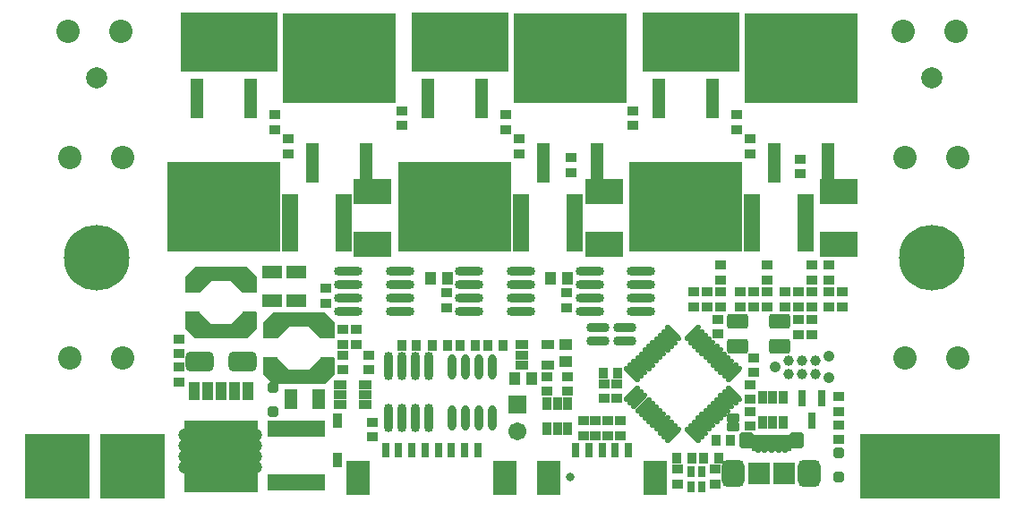
<source format=gts>
G04 Layer_Color=8388736*
%FSLAX25Y25*%
%MOIN*%
G70*
G01*
G75*
%ADD27R,0.16732X0.01968*%
%ADD69R,0.15000X0.06000*%
%ADD70R,0.13989X0.09658*%
%ADD71R,0.04343X0.03556*%
%ADD72R,0.03556X0.04343*%
%ADD73R,0.03162X0.05524*%
%ADD74R,0.09068X0.12611*%
%ADD75C,0.03900*%
%ADD76R,0.05131X0.03359*%
%ADD77R,0.27375X0.26784*%
%ADD78R,0.04343X0.07099*%
%ADD79O,0.03162X0.09461*%
G04:AMPARAMS|DCode=80|XSize=19.81mil|YSize=78.87mil|CornerRadius=0mil|HoleSize=0mil|Usage=FLASHONLY|Rotation=315.000|XOffset=0mil|YOffset=0mil|HoleType=Round|Shape=Round|*
%AMOVALD80*
21,1,0.05905,0.01981,0.00000,0.00000,45.0*
1,1,0.01981,-0.02088,-0.02088*
1,1,0.01981,0.02088,0.02088*
%
%ADD80OVALD80*%

G04:AMPARAMS|DCode=81|XSize=19.81mil|YSize=78.87mil|CornerRadius=0mil|HoleSize=0mil|Usage=FLASHONLY|Rotation=225.000|XOffset=0mil|YOffset=0mil|HoleType=Round|Shape=Round|*
%AMOVALD81*
21,1,0.05905,0.01981,0.00000,0.00000,315.0*
1,1,0.01981,-0.02088,0.02088*
1,1,0.01981,0.02088,-0.02088*
%
%ADD81OVALD81*%

%ADD82O,0.08674X0.03556*%
%ADD83R,0.42099X0.33792*%
%ADD84R,0.04800X0.14595*%
%ADD85R,0.03162X0.05918*%
%ADD86R,0.03162X0.03950*%
%ADD87R,0.07887X0.07887*%
G04:AMPARAMS|DCode=88|XSize=67.06mil|YSize=21.78mil|CornerRadius=5.38mil|HoleSize=0mil|Usage=FLASHONLY|Rotation=90.000|XOffset=0mil|YOffset=0mil|HoleType=Round|Shape=RoundedRectangle|*
%AMROUNDEDRECTD88*
21,1,0.06706,0.01102,0,0,90.0*
21,1,0.05630,0.02178,0,0,90.0*
1,1,0.01076,0.00551,0.02815*
1,1,0.01076,0.00551,-0.02815*
1,1,0.01076,-0.00551,-0.02815*
1,1,0.01076,-0.00551,0.02815*
%
%ADD88ROUNDEDRECTD88*%
%ADD89O,0.03359X0.10642*%
G04:AMPARAMS|DCode=90|XSize=106.42mil|YSize=74.93mil|CornerRadius=20.73mil|HoleSize=0mil|Usage=FLASHONLY|Rotation=0.000|XOffset=0mil|YOffset=0mil|HoleType=Round|Shape=RoundedRectangle|*
%AMROUNDEDRECTD90*
21,1,0.10642,0.03347,0,0,0.0*
21,1,0.06496,0.07493,0,0,0.0*
1,1,0.04146,0.03248,-0.01673*
1,1,0.04146,-0.03248,-0.01673*
1,1,0.04146,-0.03248,0.01673*
1,1,0.04146,0.03248,0.01673*
%
%ADD90ROUNDEDRECTD90*%
G04:AMPARAMS|DCode=91|XSize=39.5mil|YSize=39.5mil|CornerRadius=8.72mil|HoleSize=0mil|Usage=FLASHONLY|Rotation=180.000|XOffset=0mil|YOffset=0mil|HoleType=Round|Shape=RoundedRectangle|*
%AMROUNDEDRECTD91*
21,1,0.03950,0.02205,0,0,180.0*
21,1,0.02205,0.03950,0,0,180.0*
1,1,0.01745,-0.01102,0.01102*
1,1,0.01745,0.01102,0.01102*
1,1,0.01745,0.01102,-0.01102*
1,1,0.01745,-0.01102,-0.01102*
%
%ADD91ROUNDEDRECTD91*%
%ADD92R,0.06115X0.21666*%
%ADD93R,0.04540X0.07493*%
%ADD94R,0.07493X0.04540*%
%ADD95R,0.21666X0.06115*%
%ADD96R,0.04343X0.04737*%
%ADD97R,0.03359X0.05131*%
%ADD98R,0.04737X0.04343*%
%ADD99R,0.03556X0.05524*%
G04:AMPARAMS|DCode=100|XSize=78.87mil|YSize=55.24mil|CornerRadius=8.72mil|HoleSize=0mil|Usage=FLASHONLY|Rotation=180.000|XOffset=0mil|YOffset=0mil|HoleType=Round|Shape=RoundedRectangle|*
%AMROUNDEDRECTD100*
21,1,0.07887,0.03780,0,0,180.0*
21,1,0.06142,0.05524,0,0,180.0*
1,1,0.01745,-0.03071,0.01890*
1,1,0.01745,0.03071,0.01890*
1,1,0.01745,0.03071,-0.01890*
1,1,0.01745,-0.03071,-0.01890*
%
%ADD100ROUNDEDRECTD100*%
%ADD101O,0.10642X0.03359*%
%ADD102C,0.07874*%
%ADD103C,0.08674*%
%ADD104C,0.24422*%
%ADD105R,0.51981X0.24422*%
%ADD106R,0.24422X0.24422*%
%ADD107R,0.36233X0.22453*%
%ADD108C,0.04200*%
G04:AMPARAMS|DCode=109|XSize=63.12mil|YSize=55.24mil|CornerRadius=15.81mil|HoleSize=0mil|Usage=FLASHONLY|Rotation=90.000|XOffset=0mil|YOffset=0mil|HoleType=Round|Shape=RoundedRectangle|*
%AMROUNDEDRECTD109*
21,1,0.06312,0.02362,0,0,90.0*
21,1,0.03150,0.05524,0,0,90.0*
1,1,0.03162,0.01181,0.01575*
1,1,0.03162,0.01181,-0.01575*
1,1,0.03162,-0.01181,-0.01575*
1,1,0.03162,-0.01181,0.01575*
%
%ADD109ROUNDEDRECTD109*%
G04:AMPARAMS|DCode=110|XSize=102.49mil|YSize=84.77mil|CornerRadius=23.19mil|HoleSize=0mil|Usage=FLASHONLY|Rotation=90.000|XOffset=0mil|YOffset=0mil|HoleType=Round|Shape=RoundedRectangle|*
%AMROUNDEDRECTD110*
21,1,0.10249,0.03839,0,0,90.0*
21,1,0.05610,0.08477,0,0,90.0*
1,1,0.04639,0.01919,0.02805*
1,1,0.04639,0.01919,-0.02805*
1,1,0.04639,-0.01919,-0.02805*
1,1,0.04639,-0.01919,0.02805*
%
%ADD110ROUNDEDRECTD110*%
%ADD111C,0.06706*%
%ADD112R,0.06706X0.06706*%
G04:AMPARAMS|DCode=113|XSize=47.37mil|YSize=35.56mil|CornerRadius=10.89mil|HoleSize=0mil|Usage=FLASHONLY|Rotation=0.000|XOffset=0mil|YOffset=0mil|HoleType=Round|Shape=RoundedRectangle|*
%AMROUNDEDRECTD113*
21,1,0.04737,0.01378,0,0,0.0*
21,1,0.02559,0.03556,0,0,0.0*
1,1,0.02178,0.01279,-0.00689*
1,1,0.02178,-0.01279,-0.00689*
1,1,0.02178,-0.01279,0.00689*
1,1,0.02178,0.01279,0.00689*
%
%ADD113ROUNDEDRECTD113*%
%ADD114C,0.03162*%
%ADD115C,0.04737*%
G36*
X112502Y70389D02*
X112553Y70379D01*
X112603Y70362D01*
X112650Y70338D01*
X112694Y70309D01*
X112733Y70275D01*
X116276Y66732D01*
Y66732D01*
X116276D01*
X116310Y66693D01*
X116340Y66649D01*
X116351Y66625D01*
X116363Y66602D01*
X116380Y66552D01*
X116390Y66501D01*
X116393Y66449D01*
Y66449D01*
Y66449D01*
X116393Y60937D01*
X116390Y60885D01*
X116379Y60833D01*
X116368Y60799D01*
X116363Y60784D01*
X116339Y60737D01*
X116310Y60693D01*
X116276Y60654D01*
X116276D01*
Y60654D01*
X116236Y60619D01*
X116193Y60590D01*
X116146Y60567D01*
X116130Y60561D01*
X116096Y60550D01*
X116044Y60540D01*
X115992Y60536D01*
X111268D01*
X111216Y60540D01*
X111165Y60550D01*
X111115Y60567D01*
X111068Y60590D01*
X111024Y60619D01*
X110985Y60654D01*
X106674Y64965D01*
X99328Y64965D01*
X95016Y60654D01*
X94977Y60619D01*
X94933Y60590D01*
X94886Y60567D01*
X94836Y60550D01*
X94785Y60540D01*
X94733Y60536D01*
X90009D01*
X90009D01*
X90009D01*
X89957Y60540D01*
X89905Y60550D01*
X89880Y60558D01*
X89855Y60567D01*
X89808Y60590D01*
X89765Y60619D01*
X89726Y60654D01*
Y60654D01*
X89726D01*
X89691Y60693D01*
X89662Y60737D01*
X89639Y60784D01*
X89630Y60808D01*
X89622Y60833D01*
X89612Y60885D01*
X89608Y60937D01*
Y60937D01*
Y60937D01*
X89608Y66450D01*
X89610Y66472D01*
X89612Y66502D01*
X89612Y66502D01*
Y66502D01*
X89622Y66553D01*
X89634Y66587D01*
X89639Y66603D01*
X89662Y66650D01*
X89691Y66694D01*
X89691Y66694D01*
X89691Y66694D01*
X89706Y66711D01*
X89726Y66733D01*
X93266Y70275D01*
X93266Y70275D01*
X93266Y70275D01*
X93281Y70287D01*
X93306Y70309D01*
X93349Y70338D01*
X93349Y70338D01*
D01*
X93352Y70340D01*
X93397Y70362D01*
X93397Y70362D01*
X93397Y70362D01*
X93419Y70369D01*
X93446Y70378D01*
X93446Y70378D01*
X93446D01*
X93457Y70381D01*
X93498Y70389D01*
X93550Y70392D01*
X93550D01*
X93550D01*
X112450Y70392D01*
X112502Y70389D01*
D02*
G37*
G36*
X116043Y53460D02*
X116095Y53450D01*
X116120Y53442D01*
X116145Y53433D01*
X116191Y53410D01*
X116235Y53381D01*
X116274Y53346D01*
Y53346D01*
X116274D01*
X116309Y53307D01*
X116338Y53263D01*
X116361Y53216D01*
X116370Y53192D01*
X116378Y53167D01*
X116388Y53115D01*
X116392Y53063D01*
Y53063D01*
Y53063D01*
X116392Y47550D01*
X116390Y47528D01*
X116388Y47498D01*
X116388Y47498D01*
Y47498D01*
X116378Y47447D01*
X116367Y47413D01*
X116361Y47397D01*
X116338Y47350D01*
X116309Y47306D01*
X116309Y47306D01*
X116309Y47306D01*
X116294Y47289D01*
X116274Y47267D01*
X112733Y43725D01*
X112733Y43725D01*
X112733Y43725D01*
X112719Y43713D01*
X112694Y43691D01*
X112651Y43662D01*
X112651Y43662D01*
D01*
X112648Y43660D01*
X112603Y43638D01*
X112603Y43638D01*
X112603Y43638D01*
X112581Y43631D01*
X112554Y43622D01*
X112554Y43622D01*
X112554D01*
X112543Y43619D01*
X112502Y43611D01*
X112450Y43608D01*
X112450D01*
X112450D01*
X93550Y43608D01*
X93498Y43611D01*
X93447Y43622D01*
X93397Y43638D01*
X93350Y43662D01*
X93306Y43691D01*
X93267Y43725D01*
X89724Y47268D01*
Y47268D01*
X89724D01*
X89690Y47307D01*
X89661Y47351D01*
X89649Y47375D01*
X89637Y47398D01*
X89620Y47448D01*
X89610Y47499D01*
X89607Y47551D01*
Y47551D01*
Y47551D01*
X89607Y53063D01*
X89610Y53115D01*
X89621Y53167D01*
X89632Y53201D01*
X89638Y53216D01*
X89661Y53263D01*
X89690Y53307D01*
X89724Y53346D01*
X89724D01*
Y53346D01*
X89764Y53381D01*
X89807Y53410D01*
X89855Y53433D01*
X89870Y53439D01*
X89904Y53450D01*
X89956Y53460D01*
X90008Y53464D01*
X94731D01*
X94784Y53460D01*
X94835Y53450D01*
X94885Y53433D01*
X94932Y53410D01*
X94976Y53381D01*
X95015Y53346D01*
X99326Y49035D01*
X106672Y49035D01*
X110984Y53346D01*
X111023Y53381D01*
X111067Y53410D01*
X111114Y53433D01*
X111164Y53450D01*
X111215Y53460D01*
X111267Y53464D01*
X115991D01*
X115991D01*
X115991D01*
X116043Y53460D01*
D02*
G37*
G36*
X83502Y87389D02*
X83553Y87379D01*
X83603Y87362D01*
X83650Y87338D01*
X83694Y87309D01*
X83733Y87275D01*
X87276Y83732D01*
Y83732D01*
X87276D01*
X87310Y83693D01*
X87340Y83649D01*
X87351Y83625D01*
X87363Y83602D01*
X87380Y83552D01*
X87390Y83501D01*
X87393Y83449D01*
Y83449D01*
Y83449D01*
X87393Y77937D01*
X87390Y77885D01*
X87379Y77833D01*
X87368Y77799D01*
X87362Y77784D01*
X87339Y77737D01*
X87310Y77693D01*
X87276Y77654D01*
X87276D01*
Y77654D01*
X87236Y77619D01*
X87193Y77590D01*
X87146Y77567D01*
X87130Y77561D01*
X87096Y77550D01*
X87044Y77540D01*
X86992Y77536D01*
X82269D01*
X82216Y77540D01*
X82165Y77550D01*
X82115Y77567D01*
X82068Y77590D01*
X82025Y77619D01*
X81985Y77654D01*
X77674Y81965D01*
X70328Y81965D01*
X66016Y77654D01*
X65977Y77619D01*
X65933Y77590D01*
X65886Y77567D01*
X65836Y77550D01*
X65785Y77540D01*
X65733Y77536D01*
X61009D01*
X61009D01*
X61009D01*
X60957Y77540D01*
X60905Y77550D01*
X60880Y77558D01*
X60856Y77567D01*
X60808Y77590D01*
X60765Y77619D01*
X60725Y77654D01*
Y77654D01*
X60725D01*
X60691Y77693D01*
X60662Y77737D01*
X60639Y77784D01*
X60630Y77808D01*
X60622Y77833D01*
X60611Y77885D01*
X60608Y77937D01*
Y77937D01*
Y77937D01*
X60608Y83450D01*
X60610Y83472D01*
X60612Y83502D01*
X60612Y83502D01*
Y83502D01*
X60622Y83553D01*
X60633Y83587D01*
X60639Y83603D01*
X60662Y83650D01*
X60691Y83694D01*
X60691Y83694D01*
X60691Y83694D01*
X60706Y83711D01*
X60726Y83733D01*
X64267Y87275D01*
X64267Y87275D01*
X64267Y87275D01*
X64281Y87287D01*
X64306Y87309D01*
X64350Y87338D01*
X64350Y87338D01*
D01*
X64352Y87340D01*
X64397Y87362D01*
X64397Y87362D01*
X64397Y87362D01*
X64419Y87369D01*
X64446Y87378D01*
X64446Y87378D01*
X64446D01*
X64457Y87380D01*
X64498Y87389D01*
X64550Y87392D01*
X64550D01*
X64550D01*
X83450Y87392D01*
X83502Y87389D01*
D02*
G37*
G36*
X87043Y70460D02*
X87095Y70450D01*
X87120Y70442D01*
X87145Y70433D01*
X87191Y70410D01*
X87235Y70381D01*
X87274Y70346D01*
Y70346D01*
X87274D01*
X87309Y70307D01*
X87338Y70263D01*
X87361Y70216D01*
X87370Y70192D01*
X87378Y70167D01*
X87388Y70115D01*
X87392Y70063D01*
Y70063D01*
Y70063D01*
X87392Y64550D01*
X87390Y64528D01*
X87388Y64498D01*
X87388Y64498D01*
Y64498D01*
X87378Y64447D01*
X87366Y64413D01*
X87361Y64397D01*
X87338Y64350D01*
X87309Y64306D01*
X87309Y64306D01*
X87309Y64306D01*
X87294Y64289D01*
X87274Y64267D01*
X83733Y60725D01*
X83733Y60725D01*
X83733Y60725D01*
X83719Y60713D01*
X83694Y60691D01*
X83650Y60662D01*
X83650Y60662D01*
D01*
X83648Y60660D01*
X83604Y60638D01*
X83604Y60638D01*
X83604Y60638D01*
X83581Y60631D01*
X83554Y60622D01*
X83554Y60622D01*
X83554D01*
X83543Y60619D01*
X83502Y60611D01*
X83450Y60608D01*
X83450D01*
X83450D01*
X64550Y60608D01*
X64498Y60611D01*
X64447Y60622D01*
X64397Y60638D01*
X64350Y60662D01*
X64306Y60691D01*
X64267Y60725D01*
X60724Y64268D01*
Y64268D01*
X60724D01*
X60690Y64307D01*
X60660Y64351D01*
X60649Y64375D01*
X60637Y64398D01*
X60620Y64448D01*
X60610Y64499D01*
X60607Y64551D01*
Y64551D01*
Y64551D01*
X60607Y70063D01*
X60610Y70115D01*
X60621Y70167D01*
X60632Y70201D01*
X60637Y70216D01*
X60661Y70263D01*
X60690Y70307D01*
X60724Y70346D01*
X60724D01*
Y70346D01*
X60764Y70381D01*
X60807Y70410D01*
X60855Y70433D01*
X60870Y70439D01*
X60904Y70450D01*
X60956Y70460D01*
X61008Y70464D01*
X65732D01*
X65784Y70460D01*
X65835Y70450D01*
X65885Y70433D01*
X65932Y70410D01*
X65975Y70381D01*
X66015Y70346D01*
X70327Y66035D01*
X77672Y66035D01*
X81984Y70346D01*
X82023Y70381D01*
X82067Y70410D01*
X82114Y70433D01*
X82164Y70450D01*
X82215Y70460D01*
X82267Y70464D01*
X86991D01*
X86991D01*
X86991D01*
X87043Y70460D01*
D02*
G37*
D27*
X103000Y46370D02*
D03*
Y67630D02*
D03*
X74000Y63370D02*
D03*
Y84630D02*
D03*
D69*
X278980Y21441D02*
D03*
D70*
X304000Y95468D02*
D03*
Y115154D02*
D03*
X216600Y95468D02*
D03*
Y115154D02*
D03*
X130500Y95468D02*
D03*
Y115154D02*
D03*
D71*
X221300Y38144D02*
D03*
Y43656D02*
D03*
X204400Y122244D02*
D03*
Y127756D02*
D03*
X119500Y54256D02*
D03*
Y48744D02*
D03*
X58500Y49756D02*
D03*
Y44244D02*
D03*
X119500Y63756D02*
D03*
Y58244D02*
D03*
X58500Y60256D02*
D03*
Y54744D02*
D03*
X300500Y87756D02*
D03*
Y82244D02*
D03*
X260100Y87756D02*
D03*
Y82244D02*
D03*
Y77756D02*
D03*
Y72244D02*
D03*
X141500Y145256D02*
D03*
Y139744D02*
D03*
X277500Y87756D02*
D03*
Y82244D02*
D03*
Y77756D02*
D03*
Y72244D02*
D03*
X227500Y145356D02*
D03*
Y139844D02*
D03*
X294000Y87756D02*
D03*
Y82244D02*
D03*
Y77756D02*
D03*
Y72244D02*
D03*
X289600Y127256D02*
D03*
Y121744D02*
D03*
X99000Y129244D02*
D03*
Y134756D02*
D03*
X185000Y129244D02*
D03*
Y134756D02*
D03*
X271000Y129244D02*
D03*
Y134756D02*
D03*
X94000Y143756D02*
D03*
Y138244D02*
D03*
X180000Y143756D02*
D03*
Y138244D02*
D03*
X266000Y143756D02*
D03*
Y138244D02*
D03*
X213500Y24244D02*
D03*
Y29756D02*
D03*
X304000Y28256D02*
D03*
Y22744D02*
D03*
X218100Y24244D02*
D03*
Y29756D02*
D03*
X304000Y38756D02*
D03*
Y33244D02*
D03*
X222800Y24244D02*
D03*
Y29756D02*
D03*
X271000Y33256D02*
D03*
Y27744D02*
D03*
X130500Y29256D02*
D03*
Y23744D02*
D03*
X288900Y67556D02*
D03*
Y62044D02*
D03*
X258000Y11756D02*
D03*
Y6244D02*
D03*
X244000Y6244D02*
D03*
Y11756D02*
D03*
X124500Y58244D02*
D03*
Y63756D02*
D03*
X305500Y72244D02*
D03*
Y77756D02*
D03*
X129000Y48744D02*
D03*
Y54256D02*
D03*
X255100Y72244D02*
D03*
Y77756D02*
D03*
X272500Y72244D02*
D03*
Y77756D02*
D03*
X289000Y72244D02*
D03*
Y77756D02*
D03*
X112992Y79134D02*
D03*
Y73622D02*
D03*
X157874Y77559D02*
D03*
Y72047D02*
D03*
X202756Y77559D02*
D03*
Y72047D02*
D03*
X293900Y67556D02*
D03*
Y62044D02*
D03*
X259089Y62122D02*
D03*
Y67634D02*
D03*
X272500Y53256D02*
D03*
Y47744D02*
D03*
X271000Y37744D02*
D03*
Y43256D02*
D03*
X216700Y43656D02*
D03*
Y38144D02*
D03*
X300500Y77756D02*
D03*
Y72244D02*
D03*
X250100Y77756D02*
D03*
Y72244D02*
D03*
X267500Y77756D02*
D03*
Y72244D02*
D03*
X284000Y77756D02*
D03*
Y72244D02*
D03*
X203000Y46256D02*
D03*
Y40744D02*
D03*
X195500Y46256D02*
D03*
Y40744D02*
D03*
X208900Y24244D02*
D03*
Y29756D02*
D03*
D72*
X216244Y47600D02*
D03*
X221756D02*
D03*
X253744Y16000D02*
D03*
X259256D02*
D03*
X258244Y22500D02*
D03*
X263756D02*
D03*
X243744Y16000D02*
D03*
X249256D02*
D03*
X146756Y58000D02*
D03*
X141244D02*
D03*
X168656D02*
D03*
X163144D02*
D03*
X158256Y58000D02*
D03*
X152744D02*
D03*
X178956D02*
D03*
X173444D02*
D03*
D73*
X169685Y19000D02*
D03*
X164764D02*
D03*
X159843D02*
D03*
X154921D02*
D03*
X150000D02*
D03*
X145079D02*
D03*
X140157D02*
D03*
X135236D02*
D03*
X225764D02*
D03*
X220843D02*
D03*
X215921D02*
D03*
X211000D02*
D03*
X206079D02*
D03*
D74*
X179724Y8567D02*
D03*
X125197D02*
D03*
X235803D02*
D03*
X196077D02*
D03*
D75*
X290500Y52400D02*
D03*
X295500Y47400D02*
D03*
Y52400D02*
D03*
X290500Y47400D02*
D03*
X285500Y52400D02*
D03*
Y47400D02*
D03*
D76*
X118276Y43240D02*
D03*
Y39500D02*
D03*
Y35760D02*
D03*
X127724D02*
D03*
Y39500D02*
D03*
Y43240D02*
D03*
X186176Y58140D02*
D03*
Y54400D02*
D03*
Y50660D02*
D03*
X195624D02*
D03*
Y58140D02*
D03*
D77*
X74000Y16591D02*
D03*
D78*
X64000Y41000D02*
D03*
X69000D02*
D03*
X74000D02*
D03*
X79000D02*
D03*
X84000D02*
D03*
D79*
X175000Y49949D02*
D03*
X170000D02*
D03*
X165000D02*
D03*
X160000D02*
D03*
X175000Y31051D02*
D03*
X170000D02*
D03*
X165000D02*
D03*
X160000D02*
D03*
D80*
X264930Y47119D02*
D03*
X263539Y48511D02*
D03*
X262146Y49903D02*
D03*
X260755Y51295D02*
D03*
X259363Y52687D02*
D03*
X257971Y54079D02*
D03*
X256579Y55471D02*
D03*
X255187Y56863D02*
D03*
X253795Y58255D02*
D03*
X252403Y59646D02*
D03*
X251011Y61039D02*
D03*
X249619Y62430D02*
D03*
X227070Y39881D02*
D03*
X228462Y38489D02*
D03*
X229854Y37097D02*
D03*
X231245Y35705D02*
D03*
X232637Y34313D02*
D03*
X234029Y32921D02*
D03*
X235421Y31529D02*
D03*
X236813Y30137D02*
D03*
X238205Y28745D02*
D03*
X239597Y27354D02*
D03*
X240989Y25962D02*
D03*
X242381Y24570D02*
D03*
D81*
X242381Y62430D02*
D03*
X240989Y61039D02*
D03*
X239597Y59646D02*
D03*
X238205Y58255D02*
D03*
X236813Y56863D02*
D03*
X235421Y55471D02*
D03*
X234029Y54079D02*
D03*
X232637Y52687D02*
D03*
X231245Y51295D02*
D03*
X229854Y49903D02*
D03*
X228462Y48511D02*
D03*
X227070Y47119D02*
D03*
X249619Y24570D02*
D03*
X251011Y25962D02*
D03*
X252403Y27354D02*
D03*
X253795Y28745D02*
D03*
X255187Y30137D02*
D03*
X256579Y31529D02*
D03*
X257971Y32921D02*
D03*
X259363Y34313D02*
D03*
X260755Y35705D02*
D03*
X262146Y37097D02*
D03*
X263539Y38489D02*
D03*
X264930Y39881D02*
D03*
D82*
X224500Y59500D02*
D03*
Y64500D02*
D03*
X214500D02*
D03*
Y59500D02*
D03*
D83*
X118000Y164961D02*
D03*
X204000D02*
D03*
X75000Y109646D02*
D03*
X161000D02*
D03*
X247000D02*
D03*
X290000Y164961D02*
D03*
D84*
X128000Y126000D02*
D03*
X108000D02*
D03*
X214000D02*
D03*
X194000D02*
D03*
X65000Y150000D02*
D03*
X85000D02*
D03*
X151000D02*
D03*
X171000D02*
D03*
X237000D02*
D03*
X257000D02*
D03*
X300000Y126000D02*
D03*
X280000D02*
D03*
D85*
X297740Y38134D02*
D03*
X290260D02*
D03*
X294000Y29866D02*
D03*
D86*
X252870Y5244D02*
D03*
X249130D02*
D03*
Y10756D02*
D03*
X252870D02*
D03*
D87*
X283724Y10268D02*
D03*
X274276D02*
D03*
D88*
X273882Y21291D02*
D03*
X276441Y21291D02*
D03*
X279000Y21291D02*
D03*
X281559D02*
D03*
X284118D02*
D03*
D89*
X136500Y30854D02*
D03*
X141500D02*
D03*
X146500D02*
D03*
X151500D02*
D03*
X136500Y50146D02*
D03*
X141500D02*
D03*
X146500D02*
D03*
X151500D02*
D03*
D90*
X66126Y52000D02*
D03*
X81874D02*
D03*
D91*
X304000Y17929D02*
D03*
Y9071D02*
D03*
X93300Y33271D02*
D03*
Y42129D02*
D03*
D92*
X119641Y103504D02*
D03*
X99759D02*
D03*
X291641Y103500D02*
D03*
X271759D02*
D03*
X205641D02*
D03*
X185759D02*
D03*
D93*
X110515Y37900D02*
D03*
X99885D02*
D03*
D94*
X93000Y85315D02*
D03*
Y74685D02*
D03*
X102000Y85315D02*
D03*
Y74685D02*
D03*
D95*
X102000Y7059D02*
D03*
Y26941D02*
D03*
D96*
X196850Y83071D02*
D03*
X203150D02*
D03*
X151969D02*
D03*
X158268D02*
D03*
X189750Y45700D02*
D03*
X183450D02*
D03*
D97*
X275760Y38724D02*
D03*
X279500D02*
D03*
X283240D02*
D03*
Y29276D02*
D03*
X279500D02*
D03*
X275760D02*
D03*
X202940Y26876D02*
D03*
X199200D02*
D03*
X195460D02*
D03*
Y36324D02*
D03*
X199200D02*
D03*
X202940D02*
D03*
D98*
X202500Y51850D02*
D03*
Y58150D02*
D03*
D99*
X117500Y15217D02*
D03*
Y29783D02*
D03*
D100*
X266226Y66924D02*
D03*
X281974D02*
D03*
Y57476D02*
D03*
X266226D02*
D03*
D101*
X140748Y70453D02*
D03*
Y75453D02*
D03*
Y80453D02*
D03*
Y85453D02*
D03*
X121457Y70453D02*
D03*
Y75453D02*
D03*
Y80453D02*
D03*
Y85453D02*
D03*
X185630Y70453D02*
D03*
Y75453D02*
D03*
Y80453D02*
D03*
Y85453D02*
D03*
X166339Y70453D02*
D03*
Y75453D02*
D03*
Y80453D02*
D03*
Y85453D02*
D03*
X230512Y70453D02*
D03*
Y75453D02*
D03*
Y80453D02*
D03*
Y85453D02*
D03*
X211221Y70453D02*
D03*
Y75453D02*
D03*
Y80453D02*
D03*
Y85453D02*
D03*
D102*
X27559Y157480D02*
D03*
X338583D02*
D03*
D103*
X348425Y127953D02*
D03*
X328740D02*
D03*
X348425Y53150D02*
D03*
X328740D02*
D03*
X37402D02*
D03*
X17717D02*
D03*
X37402Y127953D02*
D03*
X17717D02*
D03*
X328000Y175000D02*
D03*
X347685D02*
D03*
X17000D02*
D03*
X36685D02*
D03*
D104*
X338583Y90551D02*
D03*
X27559D02*
D03*
D105*
X338000Y13000D02*
D03*
D106*
X12992Y12992D02*
D03*
X40945D02*
D03*
D107*
X249000Y171000D02*
D03*
X163000D02*
D03*
X77000D02*
D03*
D108*
X280500Y49900D02*
D03*
X300500Y53900D02*
D03*
Y45900D02*
D03*
D109*
X288449Y22472D02*
D03*
X269551Y22472D02*
D03*
D110*
X293173Y10268D02*
D03*
X264827D02*
D03*
D111*
X184500Y26000D02*
D03*
D112*
Y36000D02*
D03*
D113*
X264600Y31000D02*
D03*
Y27600D02*
D03*
D114*
X204000Y9000D02*
D03*
D115*
X210000Y152000D02*
D03*
X206000D02*
D03*
Y156500D02*
D03*
X210000D02*
D03*
X222000Y152000D02*
D03*
X218000Y156500D02*
D03*
X214000D02*
D03*
X218000Y152000D02*
D03*
X151000Y118500D02*
D03*
Y123000D02*
D03*
X147000D02*
D03*
X245000Y118500D02*
D03*
X136000Y152000D02*
D03*
X132000D02*
D03*
Y156500D02*
D03*
X128000D02*
D03*
X124000D02*
D03*
X288000Y152000D02*
D03*
X292000D02*
D03*
Y156500D02*
D03*
X288000D02*
D03*
X233000Y123000D02*
D03*
Y118500D02*
D03*
X237000Y123000D02*
D03*
X241000D02*
D03*
X245000D02*
D03*
X249000D02*
D03*
Y118500D02*
D03*
X237000D02*
D03*
X73500Y6000D02*
D03*
X77500D02*
D03*
X81500D02*
D03*
Y10500D02*
D03*
X77500D02*
D03*
X73500D02*
D03*
X65500Y6000D02*
D03*
Y10500D02*
D03*
X69500D02*
D03*
Y6000D02*
D03*
X60500Y20500D02*
D03*
Y16500D02*
D03*
Y12500D02*
D03*
Y24500D02*
D03*
X87000Y20500D02*
D03*
Y16500D02*
D03*
Y12500D02*
D03*
Y24500D02*
D03*
X272000Y156500D02*
D03*
X276000D02*
D03*
X280000D02*
D03*
X284000D02*
D03*
X308000D02*
D03*
X296000D02*
D03*
X300000D02*
D03*
X304000D02*
D03*
X272000Y152000D02*
D03*
X276000D02*
D03*
X280000D02*
D03*
X284000D02*
D03*
X308000D02*
D03*
X296000D02*
D03*
X300000D02*
D03*
X304000D02*
D03*
X202000Y156500D02*
D03*
X186000D02*
D03*
X190000D02*
D03*
X194000D02*
D03*
X198000D02*
D03*
X222000D02*
D03*
X202000Y152000D02*
D03*
X186000D02*
D03*
X190000D02*
D03*
X194000D02*
D03*
X198000D02*
D03*
X214000D02*
D03*
X116000Y156500D02*
D03*
X100000D02*
D03*
X104000D02*
D03*
X108000D02*
D03*
X112000D02*
D03*
X136000D02*
D03*
X120000D02*
D03*
X116000Y152000D02*
D03*
X100000D02*
D03*
X104000D02*
D03*
X108000D02*
D03*
X112000D02*
D03*
X120000D02*
D03*
X124000D02*
D03*
X128000D02*
D03*
X292000Y174209D02*
D03*
X308000D02*
D03*
X304000D02*
D03*
X300000D02*
D03*
X296000D02*
D03*
X272000D02*
D03*
X288000D02*
D03*
X284000D02*
D03*
X280000D02*
D03*
X276000D02*
D03*
X292000Y178709D02*
D03*
X304000D02*
D03*
X300000D02*
D03*
X296000D02*
D03*
X272000D02*
D03*
X288000D02*
D03*
X284000D02*
D03*
X280000D02*
D03*
X276000D02*
D03*
X206000Y174209D02*
D03*
X222000D02*
D03*
X218000D02*
D03*
X214000D02*
D03*
X210000D02*
D03*
X186000D02*
D03*
X202000D02*
D03*
X198000D02*
D03*
X194000D02*
D03*
X190000D02*
D03*
X206000Y178709D02*
D03*
X218000D02*
D03*
X214000D02*
D03*
X210000D02*
D03*
X186000D02*
D03*
X202000D02*
D03*
X198000D02*
D03*
X194000D02*
D03*
X190000D02*
D03*
X120000Y174209D02*
D03*
X136000D02*
D03*
X132000D02*
D03*
X128000D02*
D03*
X124000D02*
D03*
X100000D02*
D03*
X116000D02*
D03*
X112000D02*
D03*
X108000D02*
D03*
X104000D02*
D03*
X120000Y178709D02*
D03*
X132000D02*
D03*
X128000D02*
D03*
X124000D02*
D03*
X100000D02*
D03*
X116000D02*
D03*
X112000D02*
D03*
X108000D02*
D03*
X104000D02*
D03*
X265000Y118500D02*
D03*
X253000D02*
D03*
X229000D02*
D03*
X241000D02*
D03*
X265000Y123000D02*
D03*
X261000D02*
D03*
X257000D02*
D03*
X253000D02*
D03*
X229000D02*
D03*
X163000Y118500D02*
D03*
X179000D02*
D03*
X175000D02*
D03*
X171000D02*
D03*
X167000D02*
D03*
X143000D02*
D03*
X159000D02*
D03*
X155000D02*
D03*
X147000D02*
D03*
X163000Y123000D02*
D03*
X179000D02*
D03*
X175000D02*
D03*
X171000D02*
D03*
X167000D02*
D03*
X143000D02*
D03*
X159000D02*
D03*
X155000D02*
D03*
X61000D02*
D03*
X65000D02*
D03*
X69000D02*
D03*
X73000D02*
D03*
X57000D02*
D03*
X81000D02*
D03*
X85000D02*
D03*
X89000D02*
D03*
X93000D02*
D03*
X77000D02*
D03*
X61000Y118500D02*
D03*
X65000D02*
D03*
X69000D02*
D03*
X73000D02*
D03*
X57000D02*
D03*
X81000D02*
D03*
X85000D02*
D03*
X89000D02*
D03*
X93000D02*
D03*
X77000D02*
D03*
X261000D02*
D03*
X257000D02*
D03*
M02*

</source>
